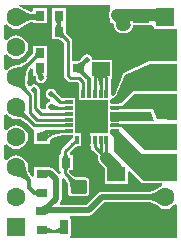
<source format=gtl>
%FSLAX44Y44*%
%MOMM*%
G71*
G01*
G75*
G04 Layer_Physical_Order=1*
G04 Layer_Color=204*
%ADD10C,0.2800*%
%ADD11C,1.0000*%
%ADD12C,0.5000*%
%ADD13C,0.3000*%
%ADD14R,0.3000X0.7500*%
%ADD15R,0.7500X0.3000*%
%ADD16R,0.9000X0.8000*%
%ADD17R,0.8000X0.9000*%
%ADD18R,1.4700X1.1600*%
%ADD19R,1.5500X1.1600*%
G04:AMPARAMS|DCode=20|XSize=1.4001mm|YSize=1.1999mm|CornerRadius=0.12mm|HoleSize=0mm|Usage=FLASHONLY|Rotation=0.000|XOffset=0mm|YOffset=0mm|HoleType=Round|Shape=RoundedRectangle|*
%AMROUNDEDRECTD20*
21,1,1.4001,0.9599,0,0,0.0*
21,1,1.1601,1.1999,0,0,0.0*
1,1,0.2400,0.5800,-0.4800*
1,1,0.2400,-0.5800,-0.4800*
1,1,0.2400,-0.5800,0.4800*
1,1,0.2400,0.5800,0.4800*
%
%ADD20ROUNDEDRECTD20*%
G04:AMPARAMS|DCode=21|XSize=0.7mm|YSize=1.1999mm|CornerRadius=0.07mm|HoleSize=0mm|Usage=FLASHONLY|Rotation=0.000|XOffset=0mm|YOffset=0mm|HoleType=Round|Shape=RoundedRectangle|*
%AMROUNDEDRECTD21*
21,1,0.7000,1.0599,0,0,0.0*
21,1,0.5600,1.1999,0,0,0.0*
1,1,0.1400,0.2800,-0.5300*
1,1,0.1400,-0.2800,-0.5300*
1,1,0.1400,-0.2800,0.5300*
1,1,0.1400,0.2800,0.5300*
%
%ADD21ROUNDEDRECTD21*%
%ADD22R,2.5000X2.5000*%
%ADD23R,1.6000X1.6000*%
%ADD24C,1.6000*%
%ADD25C,0.6000*%
%ADD26C,0.5000*%
G36*
X149200Y77300D02*
X121800D01*
X102000Y97100D01*
X92800D01*
Y99900D01*
X149200D01*
Y77300D01*
D02*
G37*
G36*
X5868Y106968D02*
X7957Y105365D01*
X10389Y104357D01*
X13000Y104014D01*
X13252Y104047D01*
X16239Y103654D01*
X19257Y102404D01*
X21565Y100632D01*
X26149Y96049D01*
X27273Y95297D01*
X28437Y95066D01*
Y95000D01*
X28437D01*
Y83000D01*
X41437D01*
Y86149D01*
X42465Y86993D01*
X45612Y88675D01*
X49026Y89711D01*
X51961Y90000D01*
X61000D01*
Y87902D01*
X58100Y85002D01*
X58029Y84948D01*
X58037Y84939D01*
X52049Y78951D01*
X51297Y77827D01*
X51033Y76500D01*
Y74984D01*
X51002Y74984D01*
Y74984D01*
X51002D01*
X51003Y74929D01*
X49604Y73500D01*
X49000D01*
Y60500D01*
X49604D01*
X51003Y59071D01*
X51002Y59016D01*
X51002D01*
Y59016D01*
X51033Y59016D01*
Y58168D01*
X50252Y57845D01*
X48994Y57595D01*
X45344Y61244D01*
X43856Y62239D01*
X42100Y62588D01*
X41437D01*
Y63500D01*
X28437D01*
Y55306D01*
X26336Y55038D01*
X26183Y55164D01*
X26124Y55223D01*
X24523Y57309D01*
X23408Y60001D01*
X23030Y62872D01*
X23086Y63300D01*
X22743Y65911D01*
X21735Y68343D01*
X20132Y70432D01*
X18043Y72035D01*
X15611Y73043D01*
X13000Y73386D01*
X10389Y73043D01*
X7957Y72035D01*
X5868Y70432D01*
X4953Y69239D01*
X3059Y69882D01*
Y82118D01*
X4953Y82761D01*
X5868Y81568D01*
X7957Y79965D01*
X10389Y78957D01*
X13000Y78614D01*
X15611Y78957D01*
X18043Y79965D01*
X20132Y81568D01*
X21735Y83657D01*
X22743Y86089D01*
X23086Y88700D01*
X22743Y91311D01*
X21735Y93743D01*
X20132Y95832D01*
X18043Y97435D01*
X15611Y98443D01*
X13000Y98786D01*
X10389Y98443D01*
X7957Y97435D01*
X5868Y95832D01*
X4953Y94639D01*
X3059Y95282D01*
Y107518D01*
X4953Y108161D01*
X5868Y106968D01*
D02*
G37*
G36*
X128480Y33050D02*
X130585Y32179D01*
X132289Y30871D01*
X132368Y30768D01*
X132367Y30767D01*
X132390Y30751D01*
X134457Y29165D01*
X136889Y28157D01*
X139500Y27814D01*
X142111Y28157D01*
X144543Y29165D01*
X146632Y30768D01*
X147447Y31830D01*
X149341Y31188D01*
Y3059D01*
X58908D01*
X58327Y4973D01*
X58748Y5254D01*
X59345Y6147D01*
X59554Y7200D01*
Y17799D01*
X59345Y18853D01*
X58748Y19746D01*
X58370Y19998D01*
X58951Y21912D01*
X74500D01*
X76256Y22261D01*
X77744Y23256D01*
X87801Y33312D01*
X126494D01*
X128480Y33050D01*
D02*
G37*
G36*
X119600Y74700D02*
X149000D01*
Y51500D01*
X121200D01*
X96000Y76700D01*
Y89100D01*
X92800Y92300D01*
Y94900D01*
X99400D01*
X119600Y74700D01*
D02*
G37*
G36*
X149000Y127900D02*
X112400D01*
X101600Y117100D01*
X92800D01*
Y119700D01*
X98000Y123300D01*
X105391Y141407D01*
X126750Y150900D01*
X149000D01*
Y127900D01*
D02*
G37*
G36*
X92500Y198500D02*
X92500D01*
Y195679D01*
X92386Y195530D01*
X91680Y193827D01*
X91440Y192000D01*
X91680Y190173D01*
X92386Y188470D01*
X92500Y188321D01*
Y185500D01*
X95015D01*
X95327Y185188D01*
X95540Y184120D01*
Y183700D01*
X95780Y181873D01*
X96486Y180170D01*
X97608Y178708D01*
X99070Y177586D01*
X100773Y176880D01*
X102600Y176640D01*
X103850Y176804D01*
X105100Y176640D01*
X106927Y176880D01*
X108630Y177586D01*
X110092Y178708D01*
X111215Y180170D01*
X111920Y181873D01*
X112147Y183600D01*
X127850D01*
Y183600D01*
X127850D01*
D01*
D01*
X128086D01*
X129500Y182186D01*
Y180300D01*
X149341D01*
Y153219D01*
X149000Y152939D01*
X126750D01*
X126724Y152934D01*
X126698Y152938D01*
X126334Y152857D01*
X125970Y152784D01*
X125948Y152769D01*
X125922Y152763D01*
X104562Y143270D01*
X104254Y143053D01*
X103941Y142841D01*
X103930Y142824D01*
X103912Y142812D01*
X103711Y142493D01*
X103503Y142177D01*
X96341Y124632D01*
X94772Y123545D01*
X93000Y124473D01*
Y131250D01*
X92967D01*
Y138209D01*
X94250D01*
Y153808D01*
X77792D01*
X77388Y154300D01*
X77039Y156056D01*
X76044Y157544D01*
X74556Y158539D01*
X72800Y158888D01*
X71044Y158539D01*
X69556Y157544D01*
X68561Y156056D01*
X68326Y154872D01*
X68098Y154645D01*
X68098Y154645D01*
X68098D01*
Y154645D01*
X68098Y154645D01*
X68081Y154662D01*
X68079Y154659D01*
X68079D01*
X67969Y154515D01*
X67969Y154515D01*
X67969Y154515D01*
X66891Y153438D01*
X66000Y153069D01*
D01*
Y153069D01*
X66000D01*
X66000D01*
D01*
X65655Y153000D01*
X60667D01*
Y169800D01*
X60403Y171127D01*
X59651Y172251D01*
X56743Y175159D01*
X56743Y175159D01*
X56763Y175179D01*
X56597Y175306D01*
X55536Y176366D01*
X55557Y176388D01*
X55557D01*
Y176388D01*
D01*
X55557Y176388D01*
Y176388D01*
D01*
D01*
X55557Y176388D01*
X55205Y177239D01*
X55097Y177500D01*
X55097D01*
D01*
D01*
X55067D01*
X55000Y177835D01*
Y184500D01*
D01*
Y184500D01*
X55000Y184500D01*
Y185064D01*
X55000D01*
Y198064D01*
X43000D01*
Y185063D01*
X43000Y185064D01*
X43000Y184500D01*
X43000D01*
Y171500D01*
X48665D01*
X49000Y171433D01*
Y171433D01*
X49017Y171447D01*
X50544Y171143D01*
X51780Y170318D01*
X53733Y168364D01*
Y140700D01*
X53997Y139373D01*
X54749Y138249D01*
X56749Y136249D01*
X56749D01*
X56749Y136249D01*
X56749Y136249D01*
Y136249D01*
X57873Y135497D01*
X59200Y135233D01*
X64943D01*
X66033Y134143D01*
Y131250D01*
X66000D01*
Y119750D01*
X90750D01*
Y115000D01*
Y110000D01*
Y105000D01*
Y100000D01*
Y95000D01*
Y92250D01*
X76000D01*
Y80750D01*
X76033D01*
Y80000D01*
X76297Y78673D01*
X77049Y77549D01*
X78173Y76797D01*
X78581Y76716D01*
X82706Y72591D01*
X82680Y72527D01*
X82440Y70700D01*
X82680Y68873D01*
X83385Y67170D01*
X84508Y65708D01*
X88250Y61965D01*
Y49191D01*
X107750D01*
Y59453D01*
X109598Y60218D01*
X119758Y50058D01*
X120420Y49616D01*
X121200Y49461D01*
X136153D01*
X136543Y47499D01*
X134457Y46635D01*
X132390Y45049D01*
X132367Y45033D01*
X132368Y45032D01*
X132289Y44929D01*
X130585Y43621D01*
X128480Y42750D01*
X126494Y42488D01*
X85900D01*
X84144Y42139D01*
X82656Y41144D01*
X72600Y31088D01*
X50617D01*
X49852Y32936D01*
X50244Y33328D01*
X51239Y34817D01*
X51588Y36572D01*
Y53100D01*
X51538Y53353D01*
X53302Y54296D01*
X54127Y53470D01*
X55609Y51540D01*
X56616Y49109D01*
X56937Y46667D01*
Y46500D01*
X56933D01*
X56937Y46481D01*
Y41701D01*
X57185Y40452D01*
X57893Y39394D01*
X58951Y38686D01*
X60200Y38438D01*
X71800D01*
X73049Y38686D01*
X74107Y39394D01*
X74815Y40452D01*
X75063Y41701D01*
Y51300D01*
X74815Y52548D01*
X74107Y53607D01*
X73049Y54314D01*
X71800Y54562D01*
X65019D01*
X64999Y54566D01*
Y54562D01*
X64814D01*
X62986Y54926D01*
X61452Y55951D01*
X59001Y58402D01*
X58902Y58523D01*
X58891Y58512D01*
X58891Y58512D01*
X58014Y59389D01*
X58235Y60500D01*
X61000D01*
Y73500D01*
X59016D01*
X58250Y75348D01*
X62940Y80037D01*
X62940Y80037D01*
X62952Y80024D01*
X62952Y80024D01*
X62952Y80024D01*
D01*
X62952Y80024D01*
X64500Y80665D01*
Y80683D01*
X64835Y80750D01*
X68000D01*
Y92250D01*
X63250D01*
Y95000D01*
Y100000D01*
Y105000D01*
Y110000D01*
Y115000D01*
Y122000D01*
X51750D01*
Y121967D01*
X51636D01*
X48495Y125107D01*
X48495Y125107D01*
X48497Y125109D01*
X48483Y125120D01*
X47111Y126491D01*
X47039Y126856D01*
X46044Y128344D01*
X44556Y129339D01*
X42800Y129688D01*
X41044Y129339D01*
X39556Y128344D01*
X38561Y126856D01*
X38212Y125100D01*
X38561Y123344D01*
X39556Y121855D01*
X41044Y120861D01*
X41351Y120800D01*
Y118800D01*
X41044Y118739D01*
X39556Y117744D01*
X38561Y116256D01*
X38212Y114500D01*
X38408Y113513D01*
X37271Y112127D01*
X35273Y112029D01*
X32867Y114436D01*
Y127855D01*
X33067Y128864D01*
X32718Y130620D01*
X31724Y132109D01*
X30235Y133103D01*
X28479Y133453D01*
X26723Y133103D01*
X25235Y132109D01*
X25102Y131909D01*
X23111Y132105D01*
X22844Y132751D01*
X22535Y135096D01*
X22809Y137177D01*
X22781Y137184D01*
X22880Y137936D01*
X22889Y137979D01*
X22887Y137988D01*
X23086Y139500D01*
X23045Y139811D01*
X23493Y143208D01*
X24924Y146664D01*
X25106Y146901D01*
X27000Y146258D01*
Y140436D01*
X27407D01*
X29516Y140160D01*
Y140160D01*
X29533Y140160D01*
Y139700D01*
X29797Y138373D01*
X29910Y138204D01*
X30161Y136944D01*
X31156Y135455D01*
X32644Y134461D01*
X34400Y134112D01*
X36156Y134461D01*
X37644Y135455D01*
X38639Y136944D01*
X38988Y138700D01*
X38712Y140086D01*
X39000Y140436D01*
X39000D01*
Y152936D01*
Y165937D01*
X27000D01*
Y159271D01*
X26991Y159227D01*
D01*
X26979Y159239D01*
X26972Y159246D01*
X26972D01*
D01*
D01*
X26969Y159249D01*
X26969Y159249D01*
X26964Y159238D01*
X26964Y159238D01*
X26942Y159184D01*
X26918Y159127D01*
X26918D01*
X26918Y159127D01*
X26875Y159022D01*
X22367Y154515D01*
X22317D01*
X22317D01*
X22086Y154234D01*
X20377Y152524D01*
X18350Y150969D01*
X15769Y149900D01*
X13193Y149561D01*
X13000Y149586D01*
X10389Y149243D01*
X7957Y148235D01*
X5868Y146632D01*
X4953Y145439D01*
X3059Y146082D01*
Y158318D01*
X4953Y158961D01*
X5868Y157768D01*
X7957Y156165D01*
X10389Y155157D01*
X13000Y154814D01*
X15611Y155157D01*
X18043Y156165D01*
X20132Y157768D01*
X21735Y159857D01*
X22743Y162290D01*
X23086Y164900D01*
X22743Y167511D01*
X21735Y169943D01*
X20132Y172032D01*
X18043Y173635D01*
X15611Y174643D01*
X13000Y174986D01*
X10389Y174643D01*
X7957Y173635D01*
X5868Y172032D01*
X4953Y170839D01*
X3059Y171482D01*
Y183718D01*
X4953Y184361D01*
X5868Y183168D01*
X7957Y181565D01*
X10389Y180557D01*
X13000Y180214D01*
X15611Y180557D01*
X18043Y181565D01*
X20110Y183151D01*
X20133Y183167D01*
X20132Y183168D01*
X20211Y183271D01*
X21915Y184579D01*
X24020Y185450D01*
X26006Y185712D01*
X27000D01*
Y184937D01*
X39000D01*
Y197936D01*
X27000D01*
Y196274D01*
X25496Y194955D01*
X24020Y195150D01*
X21915Y196021D01*
X20211Y197329D01*
X20132Y197432D01*
X20133Y197433D01*
X20110Y197449D01*
X18043Y199035D01*
X15611Y200043D01*
Y200043D01*
X15617Y200141D01*
X92500D01*
Y198500D01*
D02*
G37*
G36*
X129400Y102100D02*
X92800D01*
Y109900D01*
X127600D01*
X129400Y102100D01*
D02*
G37*
G36*
X149200Y103531D02*
X132000Y103700D01*
X129200Y112100D01*
X92800D01*
Y114900D01*
X103000D01*
X113400Y125300D01*
X149200D01*
Y103531D01*
D02*
G37*
D10*
X46044Y122656D02*
G03*
X42800Y124000I-3244J-3244D01*
G01*
X43578Y115278D02*
G03*
X47869Y113500I4291J4291D01*
G01*
X33000Y144735D02*
G03*
X35178Y139478I7435J0D01*
G01*
X13000Y146100D02*
G03*
X22995Y150240I0J14136D01*
G01*
X20014Y147259D02*
G03*
X16800Y139500I7759J-7759D01*
G01*
X24794Y152038D02*
G03*
X19600Y139500I12538J-12538D01*
G01*
X16698Y138624D02*
G03*
X19202Y129799I9160J-2169D01*
G01*
X19422Y137979D02*
G03*
X22750Y126250I12173J-2883D01*
G01*
X18292Y130708D02*
G03*
X13000Y132900I-5292J-5292D01*
G01*
X16800Y114100D02*
G03*
X19487Y107613I9174J0D01*
G01*
X19487Y107613D02*
G03*
X13000Y110300I-6487J-6487D01*
G01*
X24267Y102833D02*
G03*
X13000Y107500I-11267J-11267D01*
G01*
X52516Y8515D02*
G03*
X50139Y9500I-2377J-2377D01*
G01*
X47723D02*
G03*
X52516Y11485I0J6779D01*
G01*
X63200Y46500D02*
G03*
X61220Y51280I-6760J0D01*
G01*
X60400Y46500D02*
G03*
X56440Y56060I-13520J0D01*
G01*
X58856Y53644D02*
G03*
X64999Y51100I6143J6143D01*
G01*
X87611Y141397D02*
G03*
X84500Y133886I7511J-7511D01*
G01*
D02*
G03*
X81389Y141397I-10623J0D01*
G01*
X35436Y91600D02*
G03*
X38168Y92731I0J3863D01*
G01*
X38936Y93500D02*
G03*
X37940Y89700I2752J-2752D01*
G01*
X39058Y93500D02*
G03*
X33315Y91121I0J-8121D01*
G01*
X45818Y93500D02*
G03*
X35295Y89142I0J-14881D01*
G01*
X52577Y93500D02*
G03*
X37275Y87162I0J-21641D01*
G01*
X29487Y156732D02*
G03*
X30400Y158937I-2205J2205D01*
G01*
X34839Y144598D02*
G03*
X33000Y140160I4439J-4439D01*
G01*
D02*
G03*
X31161Y144598I-6277J0D01*
G01*
X36902Y11839D02*
G03*
X42547Y9500I5645J5645D01*
G01*
X40133D02*
G03*
X36902Y8162I0J-4570D01*
G01*
X50838Y188725D02*
G03*
X49000Y184287I4439J-4439D01*
G01*
D02*
G03*
X47161Y188725I-6277J0D01*
G01*
X56838Y64661D02*
G03*
X54500Y59016I5646J-5646D01*
G01*
Y61430D02*
G03*
X53162Y64661I-4570J0D01*
G01*
Y69338D02*
G03*
X54500Y72570I-3231J3231D01*
G01*
Y74984D02*
G03*
X56838Y69338I7984J0D01*
G01*
X51600Y177500D02*
G03*
X53085Y173915I5070J0D01*
G01*
X54292Y172708D02*
G03*
X49000Y174900I-5292J-5292D01*
G01*
X47161Y180338D02*
G03*
X49000Y184777I-4439J4439D01*
G01*
D02*
G03*
X50838Y180338I6277J0D01*
G01*
X64500Y84150D02*
G03*
X60488Y82488I0J-5673D01*
G01*
X89500Y125500D02*
Y139508D01*
X82704Y146304D02*
X89500Y139508D01*
X79500Y143100D02*
X82704Y146304D01*
X79500Y125500D02*
Y143100D01*
X84500Y75700D02*
Y86500D01*
X80200Y80000D02*
X89500Y70700D01*
X79500Y80000D02*
X80200D01*
X89500Y70700D02*
Y86500D01*
X79500Y80000D02*
Y86500D01*
X33000Y139700D02*
Y146937D01*
Y139700D02*
X34200Y138500D01*
X34200D01*
X34400Y138700D01*
X29400Y113000D02*
Y127944D01*
Y113000D02*
X33900Y108500D01*
X36800D01*
X43400Y113500D02*
X51200D01*
X42600Y114300D02*
X43400Y113500D01*
X42600Y114300D02*
X42800Y114500D01*
X50200Y118500D02*
X57500D01*
X42600Y126100D02*
X50200Y118500D01*
X42600Y125300D02*
Y126100D01*
Y125300D02*
X42800Y125100D01*
X32192Y159437D02*
X33000D01*
X13000Y140245D02*
X32192Y159437D01*
X13000Y139500D02*
Y140245D01*
X17250Y131750D02*
X24500Y124500D01*
X13000Y136000D02*
X17250Y131750D01*
X49000Y178000D02*
Y191063D01*
Y178000D02*
X57200Y169800D01*
Y140700D02*
Y169800D01*
Y140700D02*
X59200Y138700D01*
X66379D01*
X69500Y135579D01*
Y125500D02*
Y135579D01*
X84500Y125500D02*
Y146009D01*
X34936Y89500D02*
X38937Y93500D01*
X57500D01*
X51001Y9500D02*
X54001Y12500D01*
X34564Y9500D02*
X51001D01*
X54500Y58000D02*
Y76500D01*
Y58000D02*
X66000Y46500D01*
X54500Y76500D02*
X64500Y86500D01*
X49000Y113500D02*
X57500D01*
X36800Y108500D02*
X57500D01*
X24500Y109388D02*
X30388Y103500D01*
X13000Y136000D02*
Y139500D01*
X24500Y109388D02*
Y124500D01*
X30388Y103500D02*
X57500D01*
X13000Y114100D02*
X28600Y98500D01*
X57500D01*
D11*
X105100Y183700D02*
G03*
X103898Y186602I-4104J0D01*
G01*
X137379Y188179D02*
G03*
X128153Y192000I-9226J-9226D01*
G01*
X102600Y184016D02*
G03*
X99207Y192207I-11584J0D01*
G01*
X102600Y186044D02*
G03*
X99012Y192359I-7351J0D01*
G01*
X89500Y70700D02*
X98000Y62200D01*
Y56992D02*
Y62200D01*
X102600Y183700D02*
Y187900D01*
X98500Y192000D02*
X102600Y187900D01*
X99000Y192000D02*
X137800D01*
X139500Y190300D01*
D12*
X16889Y194189D02*
G03*
X26278Y190300I9389J9389D01*
G01*
D02*
G03*
X16889Y186411I0J-13278D01*
G01*
X135611Y34011D02*
G03*
X126222Y37900I-9389J-9389D01*
G01*
D02*
G03*
X135611Y41789I0J13278D01*
G01*
X34936Y27500D02*
G03*
X40043Y29615I0J7221D01*
G01*
X39765Y26500D02*
G03*
X35997Y24939I0J-5328D01*
G01*
X40265Y58000D02*
G03*
X36497Y56439I0J-5328D01*
G01*
X32364Y190300D02*
X33000Y190937D01*
X13000Y190300D02*
X32364D01*
X61800Y26500D02*
X74500D01*
X34437D02*
X61800D01*
X85900Y37900D02*
X139500D01*
X74500Y26500D02*
X85900Y37900D01*
X36927Y26500D02*
X47000Y36572D01*
Y53100D01*
X42100Y58000D02*
X47000Y53100D01*
X34936Y58000D02*
X42100D01*
X34437Y26500D02*
X36927D01*
X33200D02*
X34437D01*
D13*
X16499Y63232D02*
G03*
X18815Y57485I7910J-153D01*
G01*
X19499Y63174D02*
G03*
X23799Y52501I14690J-284D01*
G01*
X18815Y57485D02*
G03*
X13068Y59801I-5594J-5594D01*
G01*
X23799Y52501D02*
G03*
X13126Y56801I-10389J-10389D01*
G01*
X32796Y39732D02*
G03*
X29735Y41000I-3061J-3061D01*
G01*
X28700D02*
G03*
X32536Y42963I0J4730D01*
G01*
X68500Y147000D02*
G03*
X70969Y141040I8429J0D01*
G01*
X68576Y143433D02*
G03*
X66000Y144500I-2576J-2576D01*
G01*
Y149500D02*
G03*
X69414Y150914I0J4828D01*
G01*
X70621Y152121D02*
G03*
X68500Y147000I5121J-5121D01*
G01*
X65500D02*
X72800Y154300D01*
X65500Y146509D02*
Y147000D01*
Y146509D02*
X74500Y137509D01*
Y125500D02*
Y137509D01*
X28700Y41000D02*
X35064D01*
X23800Y45900D02*
X28700Y41000D01*
X23800Y45900D02*
Y52500D01*
X13000Y63300D02*
X23800Y52500D01*
D14*
X64500Y86500D02*
D03*
X69500D02*
D03*
X74500D02*
D03*
X79500D02*
D03*
X84500D02*
D03*
X89500D02*
D03*
Y125500D02*
D03*
X84500D02*
D03*
X79500D02*
D03*
X74500D02*
D03*
X69500D02*
D03*
X64500D02*
D03*
D15*
X96500Y93500D02*
D03*
Y98500D02*
D03*
Y103500D02*
D03*
Y108500D02*
D03*
Y113500D02*
D03*
Y118500D02*
D03*
X57500D02*
D03*
Y113500D02*
D03*
Y108500D02*
D03*
Y103500D02*
D03*
Y98500D02*
D03*
Y93500D02*
D03*
D16*
X65500Y147000D02*
D03*
Y163000D02*
D03*
X35064Y41500D02*
D03*
X34936Y57500D02*
D03*
Y89000D02*
D03*
X35064Y73000D02*
D03*
X34564Y10000D02*
D03*
X34437Y26000D02*
D03*
D17*
X98500Y192000D02*
D03*
X82500D02*
D03*
X71000Y67000D02*
D03*
X55000D02*
D03*
X33000Y146937D02*
D03*
X49000Y147064D02*
D03*
Y159564D02*
D03*
X33000Y159437D02*
D03*
Y178000D02*
D03*
X49000D02*
D03*
X33000Y191437D02*
D03*
X49000Y191563D02*
D03*
D18*
X118500Y173600D02*
D03*
Y191400D02*
D03*
D19*
X84500Y146009D02*
D03*
Y175991D02*
D03*
X98000Y27009D02*
D03*
Y56992D02*
D03*
D20*
X66000Y46500D02*
D03*
D21*
X77999Y12500D02*
D03*
X54001D02*
D03*
D22*
X77000Y106000D02*
D03*
D23*
X139500Y190300D02*
D03*
X13000Y12500D02*
D03*
D24*
X139500Y164900D02*
D03*
Y139500D02*
D03*
Y114100D02*
D03*
Y88700D02*
D03*
Y63300D02*
D03*
Y37900D02*
D03*
Y12500D02*
D03*
X13000Y37900D02*
D03*
Y63300D02*
D03*
Y88700D02*
D03*
Y114100D02*
D03*
Y139500D02*
D03*
Y164900D02*
D03*
Y190300D02*
D03*
D25*
X67500Y96500D02*
D03*
X67500Y106000D02*
D03*
Y115500D02*
D03*
X86500Y96500D02*
D03*
Y115500D02*
D03*
X77000Y96500D02*
D03*
X86500Y106000D02*
D03*
X77000Y115500D02*
D03*
X125500Y105800D02*
D03*
X118600Y105900D02*
D03*
X111600Y106100D02*
D03*
X104800D02*
D03*
D26*
X53600Y127000D02*
D03*
X58600Y131800D02*
D03*
X70800Y57400D02*
D03*
X73200Y76600D02*
D03*
X115000Y47300D02*
D03*
X101000Y149600D02*
D03*
X84400Y163100D02*
D03*
X100800Y161400D02*
D03*
X100400Y172200D02*
D03*
X64400Y184900D02*
D03*
X72800Y184700D02*
D03*
X72200Y176900D02*
D03*
X72600Y193100D02*
D03*
X64800Y192500D02*
D03*
Y177100D02*
D03*
X33600Y169100D02*
D03*
X42000Y168700D02*
D03*
X48600Y167700D02*
D03*
X50200Y132800D02*
D03*
X26200Y66100D02*
D03*
X49600Y80200D02*
D03*
X52200Y86200D02*
D03*
X111800Y15500D02*
D03*
X112400Y26300D02*
D03*
X99800Y14900D02*
D03*
X68000Y16100D02*
D03*
X87800Y15500D02*
D03*
Y8500D02*
D03*
X67800Y8100D02*
D03*
X78400Y56500D02*
D03*
X79800Y65700D02*
D03*
X66200Y76400D02*
D03*
X102600Y183700D02*
D03*
X34400Y138700D02*
D03*
X28479Y128864D02*
D03*
X42800Y114500D02*
D03*
Y125100D02*
D03*
X72800Y154300D02*
D03*
X124000Y24400D02*
D03*
X124400Y11000D02*
D03*
M02*

</source>
